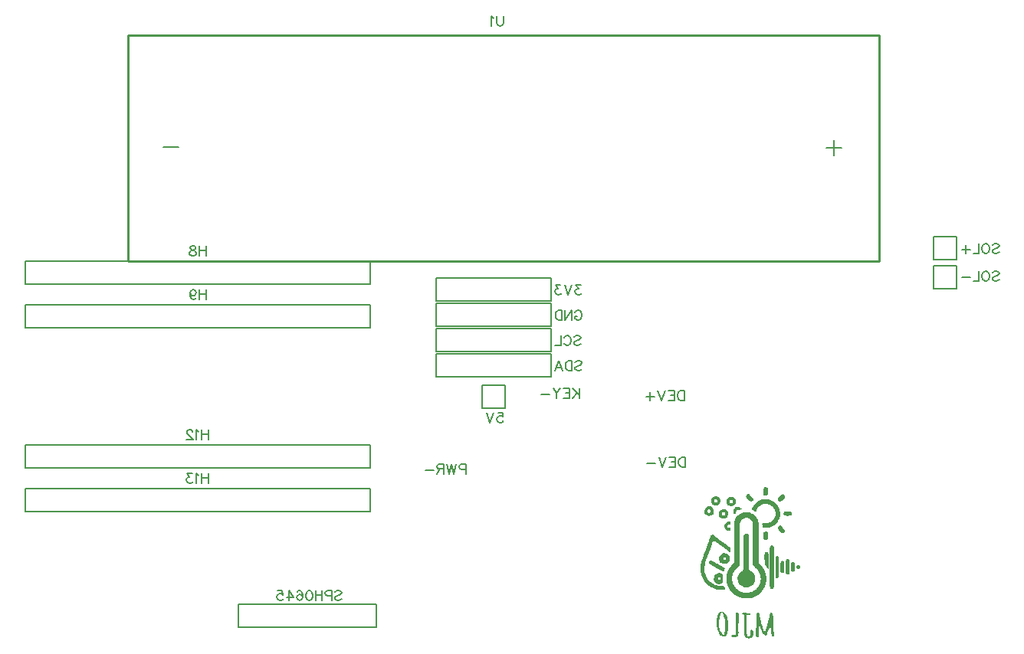
<source format=gbo>
G04 Layer: BottomSilkscreenLayer*
G04 EasyEDA v6.5.51, 2025-12-08 09:47:30*
G04 7167e3a2cd4a4cc2b36d8ec3c7a0698f,d159c27349c1460ca4c4e21dfb61053a,10*
G04 Gerber Generator version 0.2*
G04 Scale: 100 percent, Rotated: No, Reflected: No *
G04 Dimensions in millimeters *
G04 leading zeros omitted , absolute positions ,4 integer and 5 decimal *
%FSLAX45Y45*%
%MOMM*%

%ADD10C,0.1524*%
%ADD11C,0.2032*%
%ADD12C,0.2030*%
%ADD13C,0.2030*%
%ADD14C,0.2540*%
%ADD15C,0.0112*%

%LPD*%
G36*
X8452459Y1945487D02*
G01*
X8443874Y1942236D01*
X8437067Y1935480D01*
X8434222Y1928977D01*
X8432444Y1916480D01*
X8433155Y1875332D01*
X8434476Y1866493D01*
X8436813Y1861362D01*
X8443163Y1855419D01*
X8448294Y1853031D01*
X8458606Y1850745D01*
X8464448Y1852015D01*
X8468868Y1853488D01*
X8472982Y1855673D01*
X8477453Y1860651D01*
X8478774Y1863547D01*
X8480094Y1865782D01*
X8482330Y1873097D01*
X8483142Y1878990D01*
X8484616Y1885594D01*
X8484666Y1916887D01*
X8482380Y1926031D01*
X8479993Y1933905D01*
X8475116Y1940712D01*
X8466683Y1945487D01*
G37*
G36*
X8642858Y1868322D02*
G01*
X8634730Y1864766D01*
X8619896Y1852828D01*
X8604453Y1837131D01*
X8593277Y1823161D01*
X8590483Y1817725D01*
X8590483Y1806498D01*
X8593582Y1796288D01*
X8597849Y1792020D01*
X8602624Y1789633D01*
X8611006Y1786788D01*
X8622944Y1786788D01*
X8627567Y1789379D01*
X8636406Y1796542D01*
X8651849Y1810562D01*
X8665565Y1824634D01*
X8671458Y1832305D01*
X8672880Y1837842D01*
X8673693Y1842109D01*
X8671814Y1852218D01*
X8669832Y1853844D01*
X8669832Y1855571D01*
X8662466Y1863852D01*
X8653322Y1868271D01*
G37*
G36*
X8269731Y1868220D02*
G01*
X8263839Y1867509D01*
X8256778Y1865477D01*
X8249716Y1860296D01*
X8244433Y1852523D01*
X8241893Y1842871D01*
X8244535Y1833067D01*
X8249056Y1826818D01*
X8262264Y1811375D01*
X8279485Y1794306D01*
X8288121Y1789379D01*
X8293252Y1787499D01*
X8301329Y1786636D01*
X8313572Y1789633D01*
X8318957Y1793697D01*
X8320786Y1795983D01*
X8323580Y1801825D01*
X8325408Y1809699D01*
X8325307Y1815338D01*
X8322919Y1822348D01*
X8317992Y1829054D01*
X8283651Y1862836D01*
X8277098Y1865934D01*
G37*
G36*
X7908188Y1846173D02*
G01*
X7897215Y1845360D01*
X7893812Y1844090D01*
X7889646Y1844090D01*
X7878064Y1839468D01*
X7875778Y1837486D01*
X7874000Y1837486D01*
X7861655Y1825294D01*
X7859979Y1821688D01*
X7857236Y1816557D01*
X7854289Y1807006D01*
X7852714Y1797253D01*
X7852714Y1791716D01*
X7853484Y1787143D01*
X7886953Y1787143D01*
X7886953Y1800606D01*
X7892034Y1808124D01*
X7897215Y1811223D01*
X7909661Y1811680D01*
X7914081Y1810664D01*
X7918754Y1808124D01*
X7922158Y1803349D01*
X7924749Y1797659D01*
X7924749Y1789379D01*
X7920380Y1781759D01*
X7915656Y1778406D01*
X7910474Y1775764D01*
X7899958Y1775764D01*
X7893507Y1778609D01*
X7889748Y1782724D01*
X7886953Y1787143D01*
X7853484Y1787143D01*
X7854289Y1782013D01*
X7856474Y1774342D01*
X7859420Y1768043D01*
X7861198Y1765147D01*
X7867446Y1756714D01*
X7873847Y1751533D01*
X7874863Y1751533D01*
X7879537Y1747977D01*
X7885430Y1745538D01*
X7894269Y1742693D01*
X7917027Y1742693D01*
X7926120Y1745538D01*
X7936788Y1751075D01*
X7947202Y1761540D01*
X7952689Y1772056D01*
X7955483Y1781251D01*
X7957261Y1793798D01*
X7954975Y1809953D01*
X7952536Y1816557D01*
X7949031Y1823618D01*
X7942478Y1831949D01*
X7939074Y1834997D01*
X7932013Y1839671D01*
X7930083Y1839671D01*
X7928254Y1841906D01*
X7925409Y1841906D01*
X7922158Y1843633D01*
G37*
G36*
X8072069Y1839620D02*
G01*
X8058861Y1836826D01*
X8053273Y1834794D01*
X8051596Y1833067D01*
X8049768Y1833067D01*
X8041233Y1827377D01*
X8034324Y1819960D01*
X8029244Y1812036D01*
X8026755Y1806244D01*
X8023961Y1795983D01*
X8023961Y1783130D01*
X8057032Y1783130D01*
X8057032Y1793646D01*
X8060080Y1799996D01*
X8065465Y1804162D01*
X8074609Y1806600D01*
X8075726Y1806549D01*
X8085683Y1803857D01*
X8090865Y1799894D01*
X8094472Y1794154D01*
X8094472Y1781556D01*
X8092135Y1776882D01*
X8087512Y1772005D01*
X8081060Y1769160D01*
X8072628Y1769160D01*
X8066176Y1772005D01*
X8060131Y1777187D01*
X8057032Y1783130D01*
X8023961Y1783130D01*
X8023961Y1777746D01*
X8026298Y1769516D01*
X8028381Y1765350D01*
X8028381Y1764030D01*
X8035036Y1754073D01*
X8044129Y1745538D01*
X8052257Y1740814D01*
X8058099Y1738477D01*
X8065465Y1736089D01*
X8086039Y1736089D01*
X8093405Y1738477D01*
X8099247Y1740814D01*
X8108086Y1745843D01*
X8119109Y1757121D01*
X8122310Y1762912D01*
X8125155Y1768754D01*
X8127542Y1776120D01*
X8127542Y1798878D01*
X8124698Y1808022D01*
X8119160Y1818690D01*
X8107324Y1830527D01*
X8097774Y1835150D01*
X8092998Y1836928D01*
X8080146Y1839569D01*
G37*
G36*
X8447328Y1813255D02*
G01*
X8435797Y1811020D01*
X8429040Y1811020D01*
X8421827Y1808835D01*
X8418169Y1808835D01*
X8402015Y1803755D01*
X8393938Y1800606D01*
X8390636Y1799843D01*
X8388959Y1797812D01*
X8386978Y1797812D01*
X8381034Y1794713D01*
X8380222Y1793392D01*
X8378139Y1793392D01*
X8368487Y1786788D01*
X8367725Y1786788D01*
X8355685Y1777695D01*
X8349284Y1771700D01*
X8337803Y1759966D01*
X8329675Y1749653D01*
X8319770Y1734972D01*
X8316417Y1729079D01*
X8308492Y1712925D01*
X8306612Y1706676D01*
X8308390Y1698955D01*
X8311692Y1695297D01*
X8316315Y1691995D01*
X8317890Y1691995D01*
X8322665Y1689404D01*
X8332216Y1682953D01*
X8339226Y1678787D01*
X8350707Y1678787D01*
X8355888Y1683816D01*
X8359038Y1694078D01*
X8359038Y1697228D01*
X8363508Y1706321D01*
X8365642Y1708657D01*
X8365642Y1709724D01*
X8374684Y1721764D01*
X8388045Y1735328D01*
X8397544Y1742338D01*
X8403488Y1745640D01*
X8407857Y1748536D01*
X8417509Y1752854D01*
X8426246Y1755749D01*
X8434324Y1758035D01*
X8446109Y1760423D01*
X8475472Y1759813D01*
X8486495Y1757476D01*
X8493861Y1755292D01*
X8501380Y1752447D01*
X8508542Y1748993D01*
X8518855Y1742439D01*
X8527643Y1735785D01*
X8539480Y1723948D01*
X8546134Y1715160D01*
X8552637Y1704848D01*
X8558479Y1692351D01*
X8561171Y1684985D01*
X8564016Y1674012D01*
X8565642Y1662988D01*
X8566353Y1651101D01*
X8564016Y1638909D01*
X8564016Y1633728D01*
X8559546Y1618132D01*
X8557209Y1612239D01*
X8552180Y1601673D01*
X8550808Y1600809D01*
X8550808Y1598523D01*
X8545271Y1590751D01*
X8536533Y1579981D01*
X8529218Y1572818D01*
X8521039Y1566570D01*
X8507069Y1557832D01*
X8495334Y1552956D01*
X8490204Y1551076D01*
X8481364Y1548790D01*
X8471052Y1547063D01*
X8454694Y1546402D01*
X8442604Y1548688D01*
X8423910Y1548688D01*
X8420862Y1545386D01*
X8419084Y1536242D01*
X8420049Y1527759D01*
X8421268Y1506474D01*
X8423300Y1501292D01*
X8426246Y1498295D01*
X8432139Y1495907D01*
X8449767Y1493621D01*
X8468156Y1493570D01*
X8483549Y1495907D01*
X8494572Y1498092D01*
X8502650Y1500327D01*
X8507069Y1501800D01*
X8512048Y1503019D01*
X8513622Y1504594D01*
X8515807Y1504594D01*
X8531301Y1512062D01*
X8534755Y1513992D01*
X8536381Y1515618D01*
X8538210Y1515618D01*
X8548217Y1522476D01*
X8560003Y1531366D01*
X8577630Y1549095D01*
X8581847Y1554226D01*
X8590432Y1565452D01*
X8593531Y1571142D01*
X8596274Y1575511D01*
X8603538Y1590243D01*
X8607907Y1601266D01*
X8609736Y1606397D01*
X8612682Y1618894D01*
X8614714Y1626006D01*
X8614714Y1632102D01*
X8616950Y1643634D01*
X8616797Y1663700D01*
X8615375Y1672539D01*
X8614257Y1682800D01*
X8610193Y1698955D01*
X8608110Y1703781D01*
X8608110Y1705914D01*
X8601710Y1721002D01*
X8598458Y1727606D01*
X8594496Y1735023D01*
X8585708Y1748180D01*
X8577732Y1757730D01*
X8570264Y1766265D01*
X8557056Y1777644D01*
X8548217Y1784248D01*
X8541613Y1788566D01*
X8535720Y1791970D01*
X8531301Y1794154D01*
X8526170Y1797100D01*
X8519566Y1799843D01*
X8507831Y1804263D01*
X8492490Y1808835D01*
X8488222Y1808835D01*
X8485479Y1810308D01*
X8463737Y1813001D01*
G37*
G36*
X7829905Y1733854D02*
G01*
X7820050Y1731619D01*
X7814868Y1730044D01*
X7806791Y1726336D01*
X7796885Y1719072D01*
X7790942Y1712264D01*
X7785303Y1703832D01*
X7781645Y1693824D01*
X7779918Y1684274D01*
X7779918Y1680972D01*
X7814208Y1680972D01*
X7814208Y1687220D01*
X7818374Y1694230D01*
X7823149Y1697888D01*
X7830312Y1699920D01*
X7833258Y1700530D01*
X7841742Y1698193D01*
X7848853Y1692097D01*
X7852003Y1686052D01*
X7852003Y1675892D01*
X7848853Y1669846D01*
X7841945Y1663903D01*
X7836204Y1661718D01*
X7832242Y1660956D01*
X7822946Y1664106D01*
X7817612Y1668424D01*
X7814309Y1674723D01*
X7814208Y1680972D01*
X7779918Y1680972D01*
X7779867Y1677670D01*
X7782153Y1665173D01*
X7784287Y1659178D01*
X7787995Y1652270D01*
X7792872Y1646123D01*
X7797292Y1641652D01*
X7803134Y1637131D01*
X7805318Y1636115D01*
X7811211Y1632559D01*
X7814208Y1632457D01*
X7815681Y1631035D01*
X7833309Y1627987D01*
X7849412Y1630883D01*
X7856067Y1633321D01*
X7857439Y1634693D01*
X7859268Y1634693D01*
X7866329Y1639366D01*
X7871968Y1644599D01*
X7878216Y1652676D01*
X7882890Y1662582D01*
X7882890Y1664462D01*
X7885023Y1670304D01*
X7885074Y1689303D01*
X7882737Y1697482D01*
X7879892Y1703730D01*
X7876031Y1711299D01*
X7862620Y1724710D01*
X7848701Y1731467D01*
X7837678Y1733702D01*
G37*
G36*
X8145018Y1729486D02*
G01*
X8132572Y1726438D01*
X8123529Y1722069D01*
X8120583Y1720291D01*
X8116874Y1717649D01*
X8108950Y1709978D01*
X8104225Y1702663D01*
X8101279Y1695297D01*
X8098891Y1687931D01*
X8098942Y1667357D01*
X8101330Y1655622D01*
X8105648Y1650085D01*
X8113522Y1650085D01*
X8119465Y1653184D01*
X8127542Y1662125D01*
X8127542Y1664512D01*
X8129320Y1666290D01*
X8131251Y1673250D01*
X8132064Y1678381D01*
X8134350Y1685747D01*
X8136686Y1690878D01*
X8139684Y1694027D01*
X8145983Y1696161D01*
X8158073Y1694078D01*
X8165134Y1691792D01*
X8173059Y1692605D01*
X8180070Y1694942D01*
X8182305Y1696313D01*
X8184489Y1697126D01*
X8187436Y1698955D01*
X8192770Y1703019D01*
X8193481Y1706727D01*
X8189518Y1712214D01*
X8180222Y1720646D01*
X8171992Y1724914D01*
X8166150Y1727098D01*
X8157311Y1729333D01*
G37*
G36*
X7989062Y1704441D02*
G01*
X7977276Y1702307D01*
X7971383Y1700174D01*
X7963153Y1696008D01*
X7955229Y1689862D01*
X7947355Y1680413D01*
X7942986Y1671777D01*
X7940802Y1665884D01*
X7939531Y1657096D01*
X7938516Y1652879D01*
X7939801Y1643430D01*
X7973263Y1643430D01*
X7973263Y1656130D01*
X7977835Y1664817D01*
X7985607Y1669948D01*
X7997139Y1669897D01*
X8001508Y1667510D01*
X8006334Y1663852D01*
X8010499Y1657705D01*
X8011566Y1652168D01*
X8010550Y1644091D01*
X8002270Y1635658D01*
X7995107Y1632457D01*
X7985709Y1632457D01*
X7978749Y1636014D01*
X7975701Y1639468D01*
X7973263Y1643430D01*
X7939801Y1643430D01*
X7940243Y1640179D01*
X7943291Y1630222D01*
X7944612Y1629460D01*
X7944612Y1627327D01*
X7951063Y1617878D01*
X7960359Y1608886D01*
X7968488Y1604162D01*
X7974330Y1601825D01*
X7981696Y1599387D01*
X8001508Y1599387D01*
X8008874Y1601774D01*
X8018424Y1606346D01*
X8024926Y1610664D01*
X8032445Y1618183D01*
X8038490Y1627124D01*
X8043773Y1640586D01*
X8043773Y1659788D01*
X8040725Y1669948D01*
X8039353Y1670761D01*
X8039353Y1673453D01*
X8037169Y1675282D01*
X8037169Y1677416D01*
X8030768Y1685747D01*
X8024317Y1692148D01*
X8013649Y1699209D01*
X8003743Y1702866D01*
X7996377Y1704289D01*
G37*
G36*
X8677656Y1678787D02*
G01*
X8669477Y1676247D01*
X8664143Y1672996D01*
X8659114Y1666646D01*
X8656624Y1661058D01*
X8656624Y1644192D01*
X8659571Y1638401D01*
X8664651Y1633270D01*
X8671509Y1630273D01*
X8675065Y1630273D01*
X8678011Y1628698D01*
X8698839Y1627174D01*
X8704732Y1627276D01*
X8723833Y1628648D01*
X8728964Y1630273D01*
X8732672Y1630273D01*
X8736888Y1632457D01*
X8738616Y1632457D01*
X8746388Y1639468D01*
X8749182Y1647494D01*
X8749182Y1659178D01*
X8746642Y1667306D01*
X8737752Y1676196D01*
X8730437Y1678635D01*
G37*
G36*
X8238896Y1669999D02*
G01*
X8223453Y1667611D01*
X8214614Y1665427D01*
X8206536Y1663141D01*
X8194802Y1658772D01*
X8190382Y1656842D01*
X8175701Y1649628D01*
X8169452Y1645716D01*
X8168640Y1645716D01*
X8150707Y1632153D01*
X8140395Y1621739D01*
X8130031Y1607870D01*
X8129016Y1605635D01*
X8126120Y1601266D01*
X8124647Y1597558D01*
X8123275Y1595374D01*
X8122412Y1593138D01*
X8121091Y1590954D01*
X8118043Y1582521D01*
X8114842Y1571853D01*
X8113928Y1564487D01*
X8112607Y1562354D01*
X8110067Y1503629D01*
X8110118Y1123645D01*
X8107730Y1117955D01*
X8107730Y1115771D01*
X8101279Y1102817D01*
X8095945Y1095806D01*
X8080908Y1080160D01*
X8074914Y1073658D01*
X8061706Y1056030D01*
X8055051Y1045718D01*
X8054035Y1043533D01*
X8051241Y1039114D01*
X8043925Y1024432D01*
X8043062Y1022197D01*
X8041741Y1020013D01*
X8037271Y1008989D01*
X8036559Y1006043D01*
X8032953Y995781D01*
X8028482Y978153D01*
X8026755Y969314D01*
X8025536Y956818D01*
X8023961Y948893D01*
X8024045Y925220D01*
X8086039Y925220D01*
X8086090Y942136D01*
X8088528Y962355D01*
X8089442Y963879D01*
X8090763Y972261D01*
X8092897Y979627D01*
X8096808Y990600D01*
X8102600Y1003503D01*
X8106968Y1011174D01*
X8108289Y1014120D01*
X8112099Y1019708D01*
X8112099Y1020470D01*
X8120989Y1032103D01*
X8133537Y1045260D01*
X8146288Y1055928D01*
X8153400Y1062634D01*
X8161324Y1072438D01*
X8164220Y1077315D01*
X8167065Y1083208D01*
X8169249Y1089101D01*
X8171637Y1096416D01*
X8171637Y1102055D01*
X8173466Y1105255D01*
X8173466Y1546860D01*
X8175396Y1550263D01*
X8176666Y1557172D01*
X8179053Y1563674D01*
X8182864Y1571701D01*
X8188401Y1579930D01*
X8199932Y1591056D01*
X8204555Y1594256D01*
X8219236Y1601622D01*
X8221065Y1601622D01*
X8227872Y1603806D01*
X8237728Y1606042D01*
X8256524Y1605889D01*
X8269020Y1602638D01*
X8277098Y1599133D01*
X8289544Y1591106D01*
X8303920Y1576527D01*
X8303920Y1574596D01*
X8305749Y1573072D01*
X8310321Y1563776D01*
X8312556Y1557883D01*
X8314944Y1550568D01*
X8314944Y1545844D01*
X8316772Y1541729D01*
X8317585Y1092047D01*
X8319973Y1083208D01*
X8321954Y1078077D01*
X8326120Y1071473D01*
X8336432Y1061516D01*
X8338261Y1061516D01*
X8340242Y1059129D01*
X8351316Y1050747D01*
X8365337Y1036929D01*
X8374430Y1024890D01*
X8374430Y1023924D01*
X8378850Y1018336D01*
X8378850Y1017269D01*
X8385098Y1006805D01*
X8391855Y992073D01*
X8394242Y986231D01*
X8398510Y972261D01*
X8400846Y961237D01*
X8402574Y950925D01*
X8403183Y925982D01*
X8400948Y912723D01*
X8400288Y907592D01*
X8397443Y896924D01*
X8395004Y888796D01*
X8390991Y877824D01*
X8388553Y871931D01*
X8386216Y867156D01*
X8385352Y864971D01*
X8383981Y862787D01*
X8383168Y860552D01*
X8378698Y852474D01*
X8367522Y835558D01*
X8355533Y821639D01*
X8346897Y813511D01*
X8339531Y807669D01*
X8338616Y806399D01*
X8335619Y804722D01*
X8327796Y799388D01*
X8316772Y793343D01*
X8303869Y787806D01*
X8285886Y782269D01*
X8269731Y779424D01*
X8252815Y777646D01*
X8236458Y777087D01*
X8224367Y779373D01*
X8217916Y779373D01*
X8197748Y784352D01*
X8184489Y789330D01*
X8166862Y797915D01*
X8163915Y799592D01*
X8150707Y808228D01*
X8139684Y817168D01*
X8125663Y831189D01*
X8115909Y843229D01*
X8109915Y852220D01*
X8109915Y853084D01*
X8107883Y855421D01*
X8101279Y867918D01*
X8097977Y875080D01*
X8095132Y882599D01*
X8092490Y890676D01*
X8090204Y898753D01*
X8087918Y910539D01*
X8086039Y925220D01*
X8024045Y925220D01*
X8024063Y920089D01*
X8025485Y911250D01*
X8026857Y897636D01*
X8028381Y894842D01*
X8028381Y890066D01*
X8033003Y873048D01*
X8037830Y858367D01*
X8040116Y852119D01*
X8043621Y844397D01*
X8051241Y828954D01*
X8054848Y822452D01*
X8057032Y820013D01*
X8057032Y818794D01*
X8061756Y811326D01*
X8077149Y790752D01*
X8101482Y766419D01*
X8122056Y750976D01*
X8124240Y749960D01*
X8128660Y747064D01*
X8131606Y745540D01*
X8136026Y742696D01*
X8158683Y731418D01*
X8162442Y730250D01*
X8170519Y727151D01*
X8179358Y724255D01*
X8193328Y720344D01*
X8216087Y716026D01*
X8242553Y714603D01*
X8248446Y714603D01*
X8275624Y715924D01*
X8278571Y717448D01*
X8288832Y718312D01*
X8293252Y719734D01*
X8304275Y722172D01*
X8320430Y727252D01*
X8336584Y733806D01*
X8338820Y735126D01*
X8349284Y740359D01*
X8357920Y744982D01*
X8362594Y748487D01*
X8363559Y748487D01*
X8369147Y752906D01*
X8370112Y752906D01*
X8382558Y762304D01*
X8393887Y772414D01*
X8402523Y780491D01*
X8416036Y795883D01*
X8424926Y807669D01*
X8431784Y817676D01*
X8431784Y818337D01*
X8435746Y824534D01*
X8439099Y830427D01*
X8446312Y845108D01*
X8448903Y851001D01*
X8450884Y856132D01*
X8456066Y871575D01*
X8458149Y878941D01*
X8460282Y887730D01*
X8462060Y896569D01*
X8463229Y908303D01*
X8464804Y916228D01*
X8464804Y955243D01*
X8459927Y984758D01*
X8456015Y998728D01*
X8453120Y1007516D01*
X8450021Y1015593D01*
X8448852Y1019403D01*
X8447227Y1022197D01*
X8441334Y1034694D01*
X8433816Y1047953D01*
X8427008Y1058214D01*
X8420404Y1067054D01*
X8408060Y1081735D01*
X8392312Y1097889D01*
X8385809Y1108202D01*
X8383422Y1113332D01*
X8381136Y1120698D01*
X8378748Y1136091D01*
X8379612Y1183132D01*
X8379714Y1502054D01*
X8378342Y1552752D01*
X8376513Y1561541D01*
X8372094Y1578457D01*
X8370062Y1583283D01*
X8370062Y1584706D01*
X8364880Y1596085D01*
X8360460Y1603908D01*
X8353806Y1614017D01*
X8343087Y1626209D01*
X8329980Y1638249D01*
X8320430Y1645412D01*
X8307222Y1653692D01*
X8293811Y1660347D01*
X8287359Y1662633D01*
X8272678Y1667306D01*
X8264601Y1668373D01*
X8258708Y1669796D01*
G37*
G36*
X8053679Y1568450D02*
G01*
X8047075Y1567586D01*
X8043672Y1566316D01*
X8040166Y1566316D01*
X8033156Y1563370D01*
X8028736Y1560474D01*
X8025638Y1559102D01*
X8016646Y1550822D01*
X8009483Y1540967D01*
X8006943Y1535836D01*
X8004606Y1529232D01*
X8001762Y1514551D01*
X8004200Y1501292D01*
X8006994Y1493012D01*
X8010906Y1485900D01*
X8016240Y1479296D01*
X8024114Y1471726D01*
X8035798Y1465580D01*
X8044891Y1462735D01*
X8062366Y1462735D01*
X8067243Y1465732D01*
X8070037Y1470456D01*
X8071916Y1483004D01*
X8071103Y1488795D01*
X8069732Y1494891D01*
X8066633Y1498193D01*
X8060334Y1496314D01*
X8049818Y1495704D01*
X8042452Y1499412D01*
X8037474Y1505712D01*
X8034680Y1514297D01*
X8036509Y1521155D01*
X8039912Y1527759D01*
X8046872Y1533652D01*
X8068259Y1533296D01*
X8070240Y1534922D01*
X8070240Y1541729D01*
X8072424Y1553260D01*
X8072424Y1558391D01*
X8070088Y1563319D01*
X8066176Y1565910D01*
G37*
G36*
X8617305Y1521510D02*
G01*
X8606485Y1519478D01*
X8604859Y1517853D01*
X8602472Y1517853D01*
X8593480Y1509725D01*
X8591042Y1505000D01*
X8589314Y1496923D01*
X8590635Y1491030D01*
X8593074Y1485900D01*
X8597950Y1478534D01*
X8601252Y1474876D01*
X8603945Y1470456D01*
X8607755Y1466088D01*
X8625027Y1448866D01*
X8635949Y1441500D01*
X8641842Y1438503D01*
X8652764Y1438503D01*
X8658453Y1441043D01*
X8663178Y1444447D01*
X8669832Y1453083D01*
X8669832Y1454505D01*
X8672017Y1458671D01*
X8672017Y1471371D01*
X8665210Y1480718D01*
X8656218Y1490980D01*
X8647430Y1500327D01*
X8646261Y1502359D01*
X8630259Y1516888D01*
X8624214Y1520037D01*
X8620252Y1520088D01*
X8618016Y1521510D01*
G37*
G36*
X8455406Y1456131D02*
G01*
X8446516Y1453337D01*
X8439302Y1448054D01*
X8436559Y1443990D01*
X8434578Y1438859D01*
X8432952Y1430020D01*
X8433104Y1388160D01*
X8434476Y1375664D01*
X8437016Y1370888D01*
X8441486Y1366418D01*
X8446109Y1363980D01*
X8453374Y1361338D01*
X8464651Y1361338D01*
X8470341Y1363929D01*
X8474913Y1367129D01*
X8480145Y1374902D01*
X8484666Y1391920D01*
X8484616Y1427835D01*
X8481923Y1439570D01*
X8479231Y1444752D01*
X8472068Y1451711D01*
X8470138Y1451711D01*
X8468461Y1453743D01*
X8464448Y1454556D01*
X8459317Y1455978D01*
G37*
G36*
X8241741Y1431848D02*
G01*
X8233003Y1429664D01*
X8226958Y1426718D01*
X8220456Y1420977D01*
X8216290Y1412494D01*
X8213547Y1400911D01*
X8213547Y1043736D01*
X8211058Y1036167D01*
X8206536Y1026820D01*
X8197545Y1018387D01*
X8188198Y1012748D01*
X8177174Y1004417D01*
X8170214Y997254D01*
X8165033Y991362D01*
X8165033Y990092D01*
X8160969Y984758D01*
X8159191Y981811D01*
X8155990Y975207D01*
X8151977Y964895D01*
X8149691Y957580D01*
X8148878Y951687D01*
X8147456Y945083D01*
X8147405Y927404D01*
X8150352Y911250D01*
X8152384Y903833D01*
X8156194Y894232D01*
X8156194Y892708D01*
X8158429Y890879D01*
X8158429Y888949D01*
X8162848Y882396D01*
X8162848Y881380D01*
X8169808Y872337D01*
X8180831Y861161D01*
X8192617Y852474D01*
X8195513Y850646D01*
X8208772Y844143D01*
X8215985Y841654D01*
X8224164Y839419D01*
X8244027Y836574D01*
X8265312Y839419D01*
X8274862Y841959D01*
X8276285Y843280D01*
X8279079Y843280D01*
X8296859Y852474D01*
X8310880Y862990D01*
X8319160Y871575D01*
X8327796Y883361D01*
X8329523Y886307D01*
X8334552Y896569D01*
X8336788Y902462D01*
X8339074Y910539D01*
X8341359Y920343D01*
X8341309Y947267D01*
X8338718Y959764D01*
X8335721Y968603D01*
X8331149Y979627D01*
X8327745Y985469D01*
X8322462Y993546D01*
X8310270Y1006551D01*
X8299145Y1014984D01*
X8296909Y1016000D01*
X8292490Y1018844D01*
X8286089Y1022197D01*
X8277453Y1031595D01*
X8277453Y1033983D01*
X8275320Y1039876D01*
X8275218Y1403604D01*
X8272475Y1413916D01*
X8269376Y1418996D01*
X8268004Y1422146D01*
X8261654Y1427226D01*
X8257235Y1429512D01*
X8249920Y1431747D01*
G37*
G36*
X7871917Y1420114D02*
G01*
X7864195Y1418437D01*
X7858607Y1415542D01*
X7851495Y1408277D01*
X7849514Y1404315D01*
X7847990Y1402283D01*
X7846009Y1396949D01*
X7844840Y1391818D01*
X7835036Y1359103D01*
X7830566Y1346250D01*
X7829296Y1341882D01*
X7817612Y1309878D01*
X7794498Y1251458D01*
X7788198Y1236065D01*
X7783525Y1223568D01*
X7782001Y1220724D01*
X7780832Y1216964D01*
X7771028Y1191209D01*
X7769809Y1186789D01*
X7766659Y1178712D01*
X7765491Y1174343D01*
X7762240Y1165504D01*
X7761020Y1161084D01*
X7757414Y1150823D01*
X7748473Y1119936D01*
X7746288Y1111148D01*
X7741869Y1089101D01*
X7739532Y1073658D01*
X7739583Y1064564D01*
X7737398Y1062380D01*
X7737398Y1040333D01*
X7739075Y1039774D01*
X7740192Y1015593D01*
X7744459Y992073D01*
X7749235Y975207D01*
X7752943Y963421D01*
X7755026Y959256D01*
X7755026Y957071D01*
X7757007Y953160D01*
X7762951Y939546D01*
X7765237Y935532D01*
X7768996Y928166D01*
X7776260Y916432D01*
X7777276Y914196D01*
X7783372Y906119D01*
X7784236Y903935D01*
X7797190Y887730D01*
X7819288Y865682D01*
X7835493Y852728D01*
X7848701Y844092D01*
X7850886Y843026D01*
X7855305Y839724D01*
X7858963Y838098D01*
X7867802Y833018D01*
X7879537Y827684D01*
X7895386Y821232D01*
X7897520Y821232D01*
X7902346Y819251D01*
X7918500Y814730D01*
X7929524Y812444D01*
X7939074Y810818D01*
X7967014Y807923D01*
X7997850Y808888D01*
X8006181Y810818D01*
X8007807Y811784D01*
X8010702Y817524D01*
X8010702Y823874D01*
X8007756Y832358D01*
X8005927Y835507D01*
X7999069Y844854D01*
X7992618Y849782D01*
X7986826Y851611D01*
X7960359Y852728D01*
X7942884Y854964D01*
X7940548Y855929D01*
X7931708Y857148D01*
X7917789Y860907D01*
X7902346Y865936D01*
X7894777Y868832D01*
X7879537Y876198D01*
X7872933Y880008D01*
X7870799Y881024D01*
X7861198Y887628D01*
X7852359Y894283D01*
X7842097Y903122D01*
X7832801Y912723D01*
X7816748Y932891D01*
X7816748Y933856D01*
X7812684Y939190D01*
X7810855Y942136D01*
X7809534Y945083D01*
X7805724Y950620D01*
X7805724Y952601D01*
X7803489Y954430D01*
X7803489Y957021D01*
X7801305Y958850D01*
X7801305Y961440D01*
X7799120Y963269D01*
X7799120Y965708D01*
X7797749Y967130D01*
X7793736Y976680D01*
X7790942Y983996D01*
X7788249Y992073D01*
X7784287Y1006805D01*
X7782966Y1017016D01*
X7781442Y1024128D01*
X7781442Y1056741D01*
X7783677Y1068273D01*
X7783677Y1075588D01*
X7784998Y1078128D01*
X7786624Y1088339D01*
X7788198Y1096416D01*
X7789824Y1101598D01*
X7790942Y1107440D01*
X7797038Y1130249D01*
X7798562Y1133906D01*
X7799679Y1139037D01*
X7807248Y1161084D01*
X7808518Y1165504D01*
X7811719Y1173581D01*
X7812481Y1176528D01*
X7814513Y1181150D01*
X7814513Y1182725D01*
X7844281Y1259179D01*
X7849819Y1272590D01*
X7849870Y1274978D01*
X7852003Y1277823D01*
X7852003Y1280972D01*
X7852968Y1281938D01*
X7856423Y1290421D01*
X7856474Y1292606D01*
X7858607Y1295501D01*
X7858607Y1298651D01*
X7859572Y1299565D01*
X7863027Y1308049D01*
X7863078Y1310284D01*
X7865211Y1313129D01*
X7865211Y1316228D01*
X7866430Y1317599D01*
X7876235Y1342999D01*
X7876235Y1344523D01*
X7881467Y1355090D01*
X7883906Y1356918D01*
X7886903Y1356868D01*
X7898892Y1348486D01*
X8042706Y1240129D01*
X8052562Y1232154D01*
X8062214Y1223924D01*
X8064855Y1222502D01*
X8069884Y1225194D01*
X8070799Y1239723D01*
X8072577Y1247800D01*
X8071815Y1255877D01*
X8069529Y1265885D01*
X8065566Y1274267D01*
X8059420Y1282344D01*
X8052968Y1288796D01*
X8036052Y1301546D01*
X8026298Y1308049D01*
X8009737Y1319834D01*
X8001914Y1324965D01*
X7961934Y1354175D01*
X7937957Y1372717D01*
X7917027Y1390192D01*
X7890560Y1414018D01*
X7883245Y1418132D01*
X7875168Y1419961D01*
G37*
G36*
X8520684Y1304036D02*
G01*
X8514435Y1301546D01*
X8509711Y1298041D01*
X8507018Y1293368D01*
X8504580Y1284528D01*
X8503412Y1274978D01*
X8503412Y850290D01*
X8505190Y837793D01*
X8507120Y830783D01*
X8508898Y829056D01*
X8508898Y827379D01*
X8512962Y823721D01*
X8516670Y821436D01*
X8524443Y819759D01*
X8528761Y819759D01*
X8534908Y821639D01*
X8543086Y829716D01*
X8548217Y842924D01*
X8548624Y1277213D01*
X8545474Y1290828D01*
X8544204Y1291590D01*
X8544204Y1294130D01*
X8537956Y1301191D01*
X8532063Y1303883D01*
G37*
G36*
X8460790Y1229055D02*
G01*
X8451951Y1224178D01*
X8447582Y1215491D01*
X8444788Y1182420D01*
X8445652Y1103071D01*
X8447582Y1097889D01*
X8453374Y1089101D01*
X8462924Y1073658D01*
X8469223Y1064361D01*
X8469223Y1063091D01*
X8475065Y1053795D01*
X8483295Y1037285D01*
X8486140Y1037285D01*
X8488375Y1042619D01*
X8487816Y1206652D01*
X8486343Y1214729D01*
X8483803Y1221740D01*
X8479383Y1226159D01*
X8473287Y1229004D01*
G37*
G36*
X7993227Y1215847D02*
G01*
X7985353Y1213510D01*
X7980527Y1211427D01*
X7978546Y1211427D01*
X7976717Y1209243D01*
X7974838Y1209243D01*
X7966252Y1203452D01*
X7958175Y1195628D01*
X7951571Y1186789D01*
X7949793Y1183894D01*
X7946999Y1178001D01*
X7944764Y1172108D01*
X7942935Y1164793D01*
X7942173Y1151026D01*
X7942765Y1148232D01*
X7988655Y1148232D01*
X7988655Y1161389D01*
X7991703Y1166520D01*
X7997139Y1169771D01*
X8008874Y1170178D01*
X8011972Y1169466D01*
X8016798Y1164488D01*
X8019592Y1156208D01*
X8017103Y1147114D01*
X8012887Y1141730D01*
X8006588Y1138682D01*
X7997850Y1138682D01*
X7992313Y1142441D01*
X7988655Y1148232D01*
X7942765Y1148232D01*
X7944713Y1139037D01*
X7949184Y1127404D01*
X7954060Y1119276D01*
X7962239Y1110843D01*
X7968488Y1105966D01*
X7971383Y1104188D01*
X7981696Y1099159D01*
X7989773Y1096873D01*
X8002270Y1095197D01*
X8012531Y1095959D01*
X8020659Y1097280D01*
X8026501Y1099261D01*
X8036052Y1103680D01*
X8047075Y1112164D01*
X8050072Y1115517D01*
X8054441Y1121410D01*
X8059064Y1130249D01*
X8061248Y1136091D01*
X8063636Y1144016D01*
X8063636Y1167384D01*
X8061401Y1172667D01*
X8061401Y1174699D01*
X8056778Y1184605D01*
X8049056Y1194968D01*
X8041030Y1202385D01*
X8036052Y1206144D01*
X8027466Y1210767D01*
X8021370Y1212951D01*
X8011820Y1215694D01*
G37*
G36*
X8581440Y1182776D02*
G01*
X8573262Y1180236D01*
X8566607Y1173429D01*
X8564016Y1165402D01*
X8564016Y959713D01*
X8566759Y951941D01*
X8568436Y950264D01*
X8568436Y948639D01*
X8571738Y945591D01*
X8577935Y942492D01*
X8590280Y942492D01*
X8596731Y945438D01*
X8598966Y947267D01*
X8602929Y952500D01*
X8605875Y961948D01*
X8605926Y1163370D01*
X8603081Y1171397D01*
X8600948Y1175512D01*
X8596020Y1179880D01*
X8587181Y1182674D01*
G37*
G36*
X8698077Y1149705D02*
G01*
X8690356Y1146962D01*
X8685428Y1142238D01*
X8683244Y1137564D01*
X8681516Y1132179D01*
X8680145Y1117752D01*
X8678722Y1107440D01*
X8678672Y1008278D01*
X8680856Y997966D01*
X8680856Y994714D01*
X8685631Y984250D01*
X8690762Y980186D01*
X8695486Y977747D01*
X8705900Y977747D01*
X8712098Y980592D01*
X8715908Y984758D01*
X8718143Y989177D01*
X8720531Y997356D01*
X8720531Y1128014D01*
X8717686Y1139494D01*
X8713622Y1144930D01*
X8710676Y1147114D01*
X8704021Y1149654D01*
G37*
G36*
X7849209Y1132078D02*
G01*
X7841691Y1129639D01*
X7835087Y1122832D01*
X7832140Y1117396D01*
X7832140Y1106271D01*
X7835290Y1100124D01*
X7844485Y1090930D01*
X7847939Y1089456D01*
X7852359Y1086612D01*
X7867802Y1078179D01*
X7872222Y1075486D01*
X7874406Y1074674D01*
X7888376Y1066698D01*
X7895742Y1062939D01*
X7900111Y1060297D01*
X7911896Y1053947D01*
X7916316Y1051255D01*
X7918500Y1050391D01*
X7920685Y1049020D01*
X7923631Y1047597D01*
X7932470Y1042466D01*
X7939836Y1038656D01*
X7944967Y1035608D01*
X7959648Y1027633D01*
X7964779Y1024585D01*
X7985759Y1013053D01*
X7994294Y1013053D01*
X7997190Y1016355D01*
X7999577Y1021486D01*
X8003540Y1032510D01*
X8006537Y1046581D01*
X8002981Y1053084D01*
X7994903Y1058621D01*
X7992008Y1060094D01*
X7986826Y1063193D01*
X7964779Y1075334D01*
X7959648Y1078433D01*
X7955991Y1079906D01*
X7951571Y1082751D01*
X7944967Y1086358D01*
X7939836Y1089456D01*
X7937601Y1090320D01*
X7923631Y1098245D01*
X7900111Y1110996D01*
X7895742Y1113688D01*
X7892034Y1115212D01*
X7887665Y1118057D01*
X7876844Y1123797D01*
X7875219Y1125474D01*
X7872882Y1125474D01*
X7871155Y1127150D01*
X7865618Y1129233D01*
X7855305Y1131925D01*
G37*
G36*
X8638590Y1129131D02*
G01*
X8632088Y1126845D01*
X8627973Y1123899D01*
X8627973Y1122070D01*
X8626246Y1120343D01*
X8624163Y1114806D01*
X8622893Y1105966D01*
X8621420Y1099362D01*
X8621369Y1063345D01*
X8623096Y1045718D01*
X8622995Y1026617D01*
X8621318Y1012698D01*
X8623858Y1005332D01*
X8628227Y1000556D01*
X8633866Y997610D01*
X8650020Y997610D01*
X8654796Y1000201D01*
X8658758Y1002893D01*
X8663228Y1011783D01*
X8663228Y1110437D01*
X8660180Y1119174D01*
X8657234Y1123238D01*
X8652154Y1127150D01*
X8644483Y1129030D01*
G37*
G36*
X8753043Y1116634D02*
G01*
X8745067Y1113129D01*
X8740749Y1108202D01*
X8738362Y1102309D01*
X8735923Y1086866D01*
X8736076Y1039114D01*
X8738768Y1022807D01*
X8740749Y1019302D01*
X8744864Y1013866D01*
X8749538Y1011072D01*
X8760053Y1009142D01*
X8764828Y1010818D01*
X8767927Y1010818D01*
X8774887Y1016812D01*
X8777579Y1022959D01*
X8779713Y1036167D01*
X8779713Y1091285D01*
X8777732Y1104544D01*
X8774938Y1110488D01*
X8771280Y1113942D01*
X8765743Y1116533D01*
G37*
G36*
X8811514Y1083564D02*
G01*
X8802979Y1079042D01*
X8798356Y1072591D01*
X8795512Y1064260D01*
X8795512Y1061110D01*
X8798560Y1052372D01*
X8804198Y1044803D01*
X8809075Y1041806D01*
X8817610Y1039368D01*
X8827465Y1042365D01*
X8832697Y1047191D01*
X8835085Y1052372D01*
X8835948Y1057859D01*
X8837371Y1057859D01*
X8837371Y1069594D01*
X8836101Y1069594D01*
X8834424Y1076096D01*
X8829903Y1080668D01*
X8823756Y1083513D01*
G37*
G36*
X7952282Y995324D02*
G01*
X7935417Y994765D01*
X7925104Y991565D01*
X7917129Y987907D01*
X7908950Y982218D01*
X7902905Y976680D01*
X7894777Y965657D01*
X7890205Y955802D01*
X7887766Y948740D01*
X7884922Y934821D01*
X7885265Y927709D01*
X7929168Y927709D01*
X7929168Y938784D01*
X7932115Y944422D01*
X7936890Y948944D01*
X7943900Y951331D01*
X7945678Y951179D01*
X7953654Y948842D01*
X7959191Y943305D01*
X7960918Y937006D01*
X7960055Y927506D01*
X7955838Y922324D01*
X7949488Y919124D01*
X7944002Y918260D01*
X7936128Y920800D01*
X7929168Y927709D01*
X7885265Y927709D01*
X7885633Y920089D01*
X7887868Y912621D01*
X7892338Y903173D01*
X7900873Y892251D01*
X7912608Y883056D01*
X7913776Y882954D01*
X7919567Y879297D01*
X7925866Y877011D01*
X7935417Y874166D01*
X7953654Y874166D01*
X7961833Y876553D01*
X7967725Y878687D01*
X7981543Y885545D01*
X7986674Y891844D01*
X7985810Y916432D01*
X7984286Y922274D01*
X7984286Y949960D01*
X7985912Y952957D01*
X7986674Y976884D01*
X7983372Y982218D01*
X7978749Y985672D01*
X7968488Y990853D01*
X7963306Y992632D01*
G37*
G36*
X7959598Y565556D02*
G01*
X7951876Y562813D01*
X7950149Y561136D01*
X7948879Y561136D01*
X7943900Y557276D01*
X7936128Y546862D01*
X7934401Y543864D01*
X7930032Y535025D01*
X7927543Y529183D01*
X7923072Y514451D01*
X7921853Y508609D01*
X7918703Y489508D01*
X7917484Y474065D01*
X7915960Y463753D01*
X7915960Y431444D01*
X7916820Y425602D01*
X7940040Y425602D01*
X7942376Y437845D01*
X7942376Y448360D01*
X7944612Y459841D01*
X7944561Y467461D01*
X7949082Y496824D01*
X7951266Y507847D01*
X7954060Y520344D01*
X7955838Y526948D01*
X7962188Y546404D01*
X7964982Y551586D01*
X7969046Y554786D01*
X7977276Y555244D01*
X7980527Y553872D01*
X7983981Y548284D01*
X7990636Y532841D01*
X7996224Y518159D01*
X8000136Y506374D01*
X8006181Y483616D01*
X8007959Y474776D01*
X8009178Y464515D01*
X8010652Y459384D01*
X8012328Y439521D01*
X8012988Y405028D01*
X8011414Y397713D01*
X8010652Y381457D01*
X8007858Y363118D01*
X8005622Y349961D01*
X8004708Y347675D01*
X8003590Y340309D01*
X8000695Y328574D01*
X7997291Y316788D01*
X7995056Y314248D01*
X7989620Y314248D01*
X7979511Y324967D01*
X7972145Y334314D01*
X7962239Y348894D01*
X7962239Y350875D01*
X7960817Y351790D01*
X7953552Y366776D01*
X7949641Y376326D01*
X7946898Y385165D01*
X7944713Y393954D01*
X7942478Y404977D01*
X7941614Y417474D01*
X7940040Y425602D01*
X7916820Y425602D01*
X7918703Y409397D01*
X7923022Y387350D01*
X7925866Y377088D01*
X7932013Y357225D01*
X7935163Y349148D01*
X7936534Y344424D01*
X7937957Y343560D01*
X7937957Y341274D01*
X7945069Y327101D01*
X7947152Y323443D01*
X7953705Y314604D01*
X7962595Y305765D01*
X7971383Y299567D01*
X7980273Y295249D01*
X7989366Y292201D01*
X8003895Y292201D01*
X8010448Y295097D01*
X8017357Y301142D01*
X8023555Y309473D01*
X8025384Y312420D01*
X8032242Y327101D01*
X8033359Y331520D01*
X8034883Y335889D01*
X8038846Y352094D01*
X8040014Y360172D01*
X8041487Y367538D01*
X8046008Y396900D01*
X8045958Y439521D01*
X8044484Y449783D01*
X8043214Y461568D01*
X8038896Y483616D01*
X8034832Y497585D01*
X8032750Y502412D01*
X8032750Y504494D01*
X8025282Y522528D01*
X8016392Y540410D01*
X8008162Y551129D01*
X7998612Y558901D01*
X7996326Y558952D01*
X7994599Y560628D01*
X7989062Y562711D01*
X7978749Y565404D01*
G37*
G36*
X8146288Y561238D02*
G01*
X8137448Y560527D01*
X8132927Y558190D01*
X8130489Y555498D01*
X8128000Y548284D01*
X8126984Y446887D01*
X8125459Y432917D01*
X8125459Y407924D01*
X8126780Y391007D01*
X8128152Y355041D01*
X8129879Y346202D01*
X8129371Y318160D01*
X8125256Y312775D01*
X8120583Y310235D01*
X8082381Y309372D01*
X8077200Y307035D01*
X8074659Y302615D01*
X8074659Y299161D01*
X8077352Y295046D01*
X8082737Y292201D01*
X8086902Y292201D01*
X8094116Y290017D01*
X8131911Y289966D01*
X8144103Y292354D01*
X8148878Y296926D01*
X8151571Y302869D01*
X8155584Y316077D01*
X8158378Y337362D01*
X8156752Y360172D01*
X8156194Y435101D01*
X8157768Y442468D01*
X8158480Y548995D01*
X8154365Y557072D01*
G37*
G36*
X8367014Y561136D02*
G01*
X8362086Y557377D01*
X8359495Y550468D01*
X8358378Y524001D01*
X8356955Y510082D01*
X8356803Y454507D01*
X8355380Y451815D01*
X8353907Y416001D01*
X8352536Y407212D01*
X8352383Y391007D01*
X8350808Y384403D01*
X8349335Y349148D01*
X8348624Y310184D01*
X8350351Y298450D01*
X8353856Y292963D01*
X8359952Y289864D01*
X8373364Y290372D01*
X8378139Y293776D01*
X8380679Y298450D01*
X8381746Y311658D01*
X8383168Y323443D01*
X8383270Y415899D01*
X8385657Y424535D01*
X8388603Y426059D01*
X8389874Y424078D01*
X8389874Y421589D01*
X8391906Y416763D01*
X8399373Y394309D01*
X8401507Y387350D01*
X8406942Y372668D01*
X8408314Y367944D01*
X8409736Y367080D01*
X8409736Y364083D01*
X8411718Y360172D01*
X8413953Y355041D01*
X8418880Y344728D01*
X8427567Y330047D01*
X8433816Y321868D01*
X8445855Y309981D01*
X8455253Y305409D01*
X8461197Y305409D01*
X8466836Y308965D01*
X8471408Y314807D01*
X8475827Y323697D01*
X8475827Y325120D01*
X8477961Y329285D01*
X8487562Y355396D01*
X8499449Y391007D01*
X8502954Y402793D01*
X8507628Y417474D01*
X8509457Y424078D01*
X8510778Y424078D01*
X8511692Y394563D01*
X8513318Y386892D01*
X8513470Y368960D01*
X8514740Y360172D01*
X8516213Y342087D01*
X8517026Y340766D01*
X8518398Y325628D01*
X8522309Y309473D01*
X8524697Y303022D01*
X8530437Y298805D01*
X8543391Y298805D01*
X8548573Y303377D01*
X8548471Y323443D01*
X8547100Y332232D01*
X8545728Y362051D01*
X8544255Y370433D01*
X8543442Y413816D01*
X8542020Y419658D01*
X8541867Y465226D01*
X8540445Y485089D01*
X8539327Y519633D01*
X8537549Y522833D01*
X8537600Y526948D01*
X8530844Y546049D01*
X8528405Y551230D01*
X8524849Y556107D01*
X8518956Y559104D01*
X8512454Y558342D01*
X8507272Y554126D01*
X8504631Y545338D01*
X8502802Y537972D01*
X8499957Y521817D01*
X8497874Y512724D01*
X8497874Y508304D01*
X8496300Y504190D01*
X8495131Y496824D01*
X8491220Y480669D01*
X8485682Y460654D01*
X8480044Y441706D01*
X8478266Y436575D01*
X8475675Y427786D01*
X8473795Y422605D01*
X8462619Y387350D01*
X8460232Y379272D01*
X8458809Y375615D01*
X8455406Y363118D01*
X8453882Y358698D01*
X8449106Y341782D01*
X8448090Y340563D01*
X8436102Y364591D01*
X8434120Y368960D01*
X8430717Y377799D01*
X8429548Y379171D01*
X8429548Y381965D01*
X8427567Y385876D01*
X8425738Y391007D01*
X8424519Y395427D01*
X8420912Y405739D01*
X8415223Y424840D01*
X8410854Y440435D01*
X8404809Y464515D01*
X8399322Y488746D01*
X8398002Y497941D01*
X8396478Y500786D01*
X8396478Y505409D01*
X8394395Y514451D01*
X8392718Y523290D01*
X8391398Y532841D01*
X8389924Y538734D01*
X8389874Y544576D01*
X8387689Y548792D01*
X8387689Y550214D01*
X8382457Y558088D01*
X8377732Y560984D01*
G37*
G36*
X8204657Y554532D02*
G01*
X8193328Y552196D01*
X8191500Y550672D01*
X8191500Y544372D01*
X8195818Y540715D01*
X8201406Y539851D01*
X8210092Y538886D01*
X8214868Y536092D01*
X8217560Y532130D01*
X8220100Y524001D01*
X8220100Y465988D01*
X8218728Y460095D01*
X8217814Y381457D01*
X8219541Y355752D01*
X8220608Y327101D01*
X8222437Y315315D01*
X8224723Y307238D01*
X8227618Y299923D01*
X8231174Y295249D01*
X8231174Y293776D01*
X8241080Y283565D01*
X8248142Y278993D01*
X8249970Y278993D01*
X8251647Y277266D01*
X8259368Y274574D01*
X8263381Y274574D01*
X8265617Y272338D01*
X8281009Y272338D01*
X8281568Y274066D01*
X8288832Y275132D01*
X8293963Y276961D01*
X8299145Y279298D01*
X8305495Y284022D01*
X8312708Y293624D01*
X8312708Y294995D01*
X8314791Y299161D01*
X8316925Y305054D01*
X8318703Y311658D01*
X8320278Y327812D01*
X8320227Y335889D01*
X8318804Y353568D01*
X8316722Y358851D01*
X8312810Y364032D01*
X8306816Y367131D01*
X8297113Y367131D01*
X8292185Y364083D01*
X8289137Y359816D01*
X8286851Y352094D01*
X8285632Y310184D01*
X8283651Y301396D01*
X8281060Y296570D01*
X8275015Y292201D01*
X8267090Y292201D01*
X8261553Y295046D01*
X8257540Y300329D01*
X8253374Y310184D01*
X8251037Y318262D01*
X8248903Y328574D01*
X8246567Y344017D01*
X8246567Y524459D01*
X8249513Y530199D01*
X8254898Y534314D01*
X8269224Y534822D01*
X8272221Y533196D01*
X8281517Y533095D01*
X8286953Y535432D01*
X8288477Y538276D01*
X8288477Y545439D01*
X8286648Y547624D01*
X8283854Y549757D01*
X8261654Y550621D01*
X8236661Y554329D01*
G37*
D10*
X6400800Y3036338D02*
G01*
X6400800Y2927235D01*
X6328064Y3036338D02*
G01*
X6400800Y2963603D01*
X6374823Y2989579D02*
G01*
X6328064Y2927235D01*
X6293774Y3036338D02*
G01*
X6293774Y2927235D01*
X6293774Y3036338D02*
G01*
X6226233Y3036338D01*
X6293774Y2984385D02*
G01*
X6252209Y2984385D01*
X6293774Y2927235D02*
G01*
X6226233Y2927235D01*
X6191943Y3036338D02*
G01*
X6150378Y2984385D01*
X6150378Y2927235D01*
X6108814Y3036338D02*
G01*
X6150378Y2984385D01*
X6074524Y2973994D02*
G01*
X5981006Y2973994D01*
X5143500Y2198138D02*
G01*
X5143500Y2089035D01*
X5143500Y2198138D02*
G01*
X5096741Y2198138D01*
X5081155Y2192944D01*
X5075958Y2187747D01*
X5070764Y2177356D01*
X5070764Y2161771D01*
X5075958Y2151379D01*
X5081155Y2146185D01*
X5096741Y2140988D01*
X5143500Y2140988D01*
X5036474Y2198138D02*
G01*
X5010495Y2089035D01*
X4984518Y2198138D02*
G01*
X5010495Y2089035D01*
X4984518Y2198138D02*
G01*
X4958542Y2089035D01*
X4932565Y2198138D02*
G01*
X4958542Y2089035D01*
X4898275Y2198138D02*
G01*
X4898275Y2089035D01*
X4898275Y2198138D02*
G01*
X4851514Y2198138D01*
X4835928Y2192944D01*
X4830734Y2187747D01*
X4825537Y2177356D01*
X4825537Y2166965D01*
X4830734Y2156574D01*
X4835928Y2151379D01*
X4851514Y2146185D01*
X4898275Y2146185D01*
X4861905Y2146185D02*
G01*
X4825537Y2089035D01*
X4791247Y2135794D02*
G01*
X4697729Y2135794D01*
X10963656Y4316221D02*
G01*
X10974070Y4326636D01*
X10989563Y4331715D01*
X11010391Y4331715D01*
X11025886Y4326636D01*
X11036300Y4316221D01*
X11036300Y4305807D01*
X11031220Y4295394D01*
X11025886Y4290060D01*
X11015472Y4284979D01*
X10984229Y4274565D01*
X10974070Y4269486D01*
X10968736Y4264152D01*
X10963656Y4253737D01*
X10963656Y4238244D01*
X10974070Y4227829D01*
X10989563Y4222750D01*
X11010391Y4222750D01*
X11025886Y4227829D01*
X11036300Y4238244D01*
X10898124Y4331715D02*
G01*
X10908538Y4326636D01*
X10918952Y4316221D01*
X10924031Y4305807D01*
X10929365Y4290060D01*
X10929365Y4264152D01*
X10924031Y4248657D01*
X10918952Y4238244D01*
X10908538Y4227829D01*
X10898124Y4222750D01*
X10877295Y4222750D01*
X10866881Y4227829D01*
X10856468Y4238244D01*
X10851388Y4248657D01*
X10846054Y4264152D01*
X10846054Y4290060D01*
X10851388Y4305807D01*
X10856468Y4316221D01*
X10866881Y4326636D01*
X10877295Y4331715D01*
X10898124Y4331715D01*
X10811763Y4331715D02*
G01*
X10811763Y4222750D01*
X10811763Y4222750D02*
G01*
X10749534Y4222750D01*
X10715243Y4269486D02*
G01*
X10621772Y4269486D01*
X10963656Y4621021D02*
G01*
X10974070Y4631436D01*
X10989563Y4636515D01*
X11010391Y4636515D01*
X11025886Y4631436D01*
X11036300Y4621021D01*
X11036300Y4610607D01*
X11031220Y4600194D01*
X11025886Y4594860D01*
X11015472Y4589779D01*
X10984229Y4579365D01*
X10974070Y4574286D01*
X10968736Y4568952D01*
X10963656Y4558537D01*
X10963656Y4543044D01*
X10974070Y4532629D01*
X10989563Y4527550D01*
X11010391Y4527550D01*
X11025886Y4532629D01*
X11036300Y4543044D01*
X10898124Y4636515D02*
G01*
X10908538Y4631436D01*
X10918952Y4621021D01*
X10924031Y4610607D01*
X10929365Y4594860D01*
X10929365Y4568952D01*
X10924031Y4553457D01*
X10918952Y4543044D01*
X10908538Y4532629D01*
X10898124Y4527550D01*
X10877295Y4527550D01*
X10866881Y4532629D01*
X10856468Y4543044D01*
X10851388Y4553457D01*
X10846054Y4568952D01*
X10846054Y4594860D01*
X10851388Y4610607D01*
X10856468Y4621021D01*
X10866881Y4631436D01*
X10877295Y4636515D01*
X10898124Y4636515D01*
X10811763Y4636515D02*
G01*
X10811763Y4527550D01*
X10811763Y4527550D02*
G01*
X10749534Y4527550D01*
X10668508Y4621021D02*
G01*
X10668508Y4527550D01*
X10715243Y4574286D02*
G01*
X10621772Y4574286D01*
X5500370Y2769615D02*
G01*
X5552186Y2769615D01*
X5557520Y2722879D01*
X5552186Y2727960D01*
X5536691Y2733294D01*
X5520943Y2733294D01*
X5505450Y2727960D01*
X5495036Y2717800D01*
X5489956Y2702052D01*
X5489956Y2691637D01*
X5495036Y2676144D01*
X5505450Y2665729D01*
X5520943Y2660650D01*
X5536691Y2660650D01*
X5552186Y2665729D01*
X5557520Y2670810D01*
X5562600Y2681223D01*
X5455665Y2769615D02*
G01*
X5414009Y2660650D01*
X5372354Y2769615D02*
G01*
X5414009Y2660650D01*
X2273300Y4611115D02*
G01*
X2273300Y4502150D01*
X2200656Y4611115D02*
G01*
X2200656Y4502150D01*
X2273300Y4559300D02*
G01*
X2200656Y4559300D01*
X2140204Y4611115D02*
G01*
X2155952Y4606036D01*
X2161031Y4595621D01*
X2161031Y4585207D01*
X2155952Y4574794D01*
X2145538Y4569460D01*
X2124709Y4564379D01*
X2109215Y4559300D01*
X2098802Y4548886D01*
X2093468Y4538471D01*
X2093468Y4522723D01*
X2098802Y4512310D01*
X2103881Y4507229D01*
X2119629Y4502150D01*
X2140204Y4502150D01*
X2155952Y4507229D01*
X2161031Y4512310D01*
X2166365Y4522723D01*
X2166365Y4538471D01*
X2161031Y4548886D01*
X2150618Y4559300D01*
X2135124Y4564379D01*
X2114295Y4569460D01*
X2103881Y4574794D01*
X2098802Y4585207D01*
X2098802Y4595621D01*
X2103881Y4606036D01*
X2119629Y4611115D01*
X2140204Y4611115D01*
X2273300Y4128515D02*
G01*
X2273300Y4019550D01*
X2200656Y4128515D02*
G01*
X2200656Y4019550D01*
X2273300Y4076700D02*
G01*
X2200656Y4076700D01*
X2098802Y4092194D02*
G01*
X2103881Y4076700D01*
X2114295Y4066286D01*
X2129790Y4060952D01*
X2135124Y4060952D01*
X2150618Y4066286D01*
X2161031Y4076700D01*
X2166365Y4092194D01*
X2166365Y4097273D01*
X2161031Y4113021D01*
X2150618Y4123436D01*
X2135124Y4128515D01*
X2129790Y4128515D01*
X2114295Y4123436D01*
X2103881Y4113021D01*
X2098802Y4092194D01*
X2098802Y4066286D01*
X2103881Y4040123D01*
X2114295Y4024629D01*
X2129790Y4019550D01*
X2140204Y4019550D01*
X2155952Y4024629D01*
X2161031Y4035044D01*
X2298700Y2579115D02*
G01*
X2298700Y2470150D01*
X2226056Y2579115D02*
G01*
X2226056Y2470150D01*
X2298700Y2527300D02*
G01*
X2226056Y2527300D01*
X2191765Y2558287D02*
G01*
X2181352Y2563621D01*
X2165604Y2579115D01*
X2165604Y2470150D01*
X2126234Y2553207D02*
G01*
X2126234Y2558287D01*
X2120900Y2568702D01*
X2115820Y2574036D01*
X2105406Y2579115D01*
X2084577Y2579115D01*
X2074163Y2574036D01*
X2069084Y2568702D01*
X2063750Y2558287D01*
X2063750Y2547873D01*
X2069084Y2537460D01*
X2079497Y2521965D01*
X2131313Y2470150D01*
X2058670Y2470150D01*
X2298700Y2096515D02*
G01*
X2298700Y1987550D01*
X2226056Y2096515D02*
G01*
X2226056Y1987550D01*
X2298700Y2044700D02*
G01*
X2226056Y2044700D01*
X2191765Y2075687D02*
G01*
X2181352Y2081021D01*
X2165604Y2096515D01*
X2165604Y1987550D01*
X2120900Y2096515D02*
G01*
X2063750Y2096515D01*
X2094991Y2054860D01*
X2079497Y2054860D01*
X2069084Y2049779D01*
X2063750Y2044700D01*
X2058670Y2028952D01*
X2058670Y2018537D01*
X2063750Y2003044D01*
X2074163Y1992629D01*
X2089911Y1987550D01*
X2105406Y1987550D01*
X2120900Y1992629D01*
X2126234Y1997710D01*
X2131313Y2008123D01*
X6415786Y4179315D02*
G01*
X6358636Y4179315D01*
X6389877Y4137660D01*
X6374129Y4137660D01*
X6363970Y4132579D01*
X6358636Y4127500D01*
X6353556Y4111752D01*
X6353556Y4101337D01*
X6358636Y4085844D01*
X6369050Y4075429D01*
X6384543Y4070350D01*
X6400291Y4070350D01*
X6415786Y4075429D01*
X6421120Y4080510D01*
X6426200Y4090923D01*
X6319265Y4179315D02*
G01*
X6277609Y4070350D01*
X6235954Y4179315D02*
G01*
X6277609Y4070350D01*
X6191250Y4179315D02*
G01*
X6134100Y4179315D01*
X6165341Y4137660D01*
X6149847Y4137660D01*
X6139434Y4132579D01*
X6134100Y4127500D01*
X6129020Y4111752D01*
X6129020Y4101337D01*
X6134100Y4085844D01*
X6144513Y4075429D01*
X6160261Y4070350D01*
X6175756Y4070350D01*
X6191250Y4075429D01*
X6196584Y4080510D01*
X6201663Y4090923D01*
X6084315Y4194810D02*
G01*
X6084315Y4163821D01*
X6348222Y3874007D02*
G01*
X6353556Y3884421D01*
X6363970Y3894836D01*
X6374129Y3899915D01*
X6394958Y3899915D01*
X6405372Y3894836D01*
X6415786Y3884421D01*
X6421120Y3874007D01*
X6426200Y3858260D01*
X6426200Y3832352D01*
X6421120Y3816857D01*
X6415786Y3806444D01*
X6405372Y3796029D01*
X6394958Y3790950D01*
X6374129Y3790950D01*
X6363970Y3796029D01*
X6353556Y3806444D01*
X6348222Y3816857D01*
X6348222Y3832352D01*
X6374129Y3832352D02*
G01*
X6348222Y3832352D01*
X6313931Y3899915D02*
G01*
X6313931Y3790950D01*
X6313931Y3899915D02*
G01*
X6241288Y3790950D01*
X6241288Y3899915D02*
G01*
X6241288Y3790950D01*
X6206997Y3899915D02*
G01*
X6206997Y3790950D01*
X6206997Y3899915D02*
G01*
X6170675Y3899915D01*
X6154927Y3894836D01*
X6144513Y3884421D01*
X6139434Y3874007D01*
X6134100Y3858260D01*
X6134100Y3832352D01*
X6139434Y3816857D01*
X6144513Y3806444D01*
X6154927Y3796029D01*
X6170675Y3790950D01*
X6206997Y3790950D01*
X6089650Y3915410D02*
G01*
X6089650Y3884421D01*
X6340856Y3605021D02*
G01*
X6351270Y3615436D01*
X6366763Y3620515D01*
X6387591Y3620515D01*
X6403086Y3615436D01*
X6413500Y3605021D01*
X6413500Y3594607D01*
X6408420Y3584194D01*
X6403086Y3578860D01*
X6392672Y3573779D01*
X6361429Y3563365D01*
X6351270Y3558286D01*
X6345936Y3552952D01*
X6340856Y3542537D01*
X6340856Y3527044D01*
X6351270Y3516629D01*
X6366763Y3511550D01*
X6387591Y3511550D01*
X6403086Y3516629D01*
X6413500Y3527044D01*
X6228588Y3594607D02*
G01*
X6233668Y3605021D01*
X6244081Y3615436D01*
X6254495Y3620515D01*
X6275324Y3620515D01*
X6285738Y3615436D01*
X6296152Y3605021D01*
X6301231Y3594607D01*
X6306565Y3578860D01*
X6306565Y3552952D01*
X6301231Y3537457D01*
X6296152Y3527044D01*
X6285738Y3516629D01*
X6275324Y3511550D01*
X6254495Y3511550D01*
X6244081Y3516629D01*
X6233668Y3527044D01*
X6228588Y3537457D01*
X6194297Y3620515D02*
G01*
X6194297Y3511550D01*
X6194297Y3511550D02*
G01*
X6131813Y3511550D01*
X6087109Y3636010D02*
G01*
X6087109Y3605021D01*
X6353556Y3325621D02*
G01*
X6363970Y3336036D01*
X6379463Y3341115D01*
X6400291Y3341115D01*
X6415786Y3336036D01*
X6426200Y3325621D01*
X6426200Y3315207D01*
X6421120Y3304794D01*
X6415786Y3299460D01*
X6405372Y3294379D01*
X6374129Y3283965D01*
X6363970Y3278886D01*
X6358636Y3273552D01*
X6353556Y3263137D01*
X6353556Y3247644D01*
X6363970Y3237229D01*
X6379463Y3232150D01*
X6400291Y3232150D01*
X6415786Y3237229D01*
X6426200Y3247644D01*
X6319265Y3341115D02*
G01*
X6319265Y3232150D01*
X6319265Y3341115D02*
G01*
X6282690Y3341115D01*
X6267195Y3336036D01*
X6256781Y3325621D01*
X6251702Y3315207D01*
X6246368Y3299460D01*
X6246368Y3273552D01*
X6251702Y3258057D01*
X6256781Y3247644D01*
X6267195Y3237229D01*
X6282690Y3232150D01*
X6319265Y3232150D01*
X6170675Y3341115D02*
G01*
X6212077Y3232150D01*
X6170675Y3341115D02*
G01*
X6129020Y3232150D01*
X6196584Y3268471D02*
G01*
X6144513Y3268471D01*
X6084315Y3356610D02*
G01*
X6084315Y3325621D01*
X5562600Y7151115D02*
G01*
X5562600Y7073137D01*
X5557520Y7057644D01*
X5547106Y7047229D01*
X5531358Y7042150D01*
X5520943Y7042150D01*
X5505450Y7047229D01*
X5495036Y7057644D01*
X5489956Y7073137D01*
X5489956Y7151115D01*
X5455665Y7130287D02*
G01*
X5445252Y7135621D01*
X5429504Y7151115D01*
X5429504Y7042150D01*
D11*
X9213341Y5777992D02*
G01*
X9213341Y5611876D01*
X9296400Y5694934D02*
G01*
X9130029Y5694934D01*
X1968500Y5707634D02*
G01*
X1802129Y5707634D01*
D10*
X3699256Y785621D02*
G01*
X3709670Y796036D01*
X3725163Y801115D01*
X3745991Y801115D01*
X3761486Y796036D01*
X3771900Y785621D01*
X3771900Y775207D01*
X3766820Y764794D01*
X3761486Y759460D01*
X3751072Y754379D01*
X3719829Y743965D01*
X3709670Y738886D01*
X3704336Y733552D01*
X3699256Y723137D01*
X3699256Y707644D01*
X3709670Y697229D01*
X3725163Y692150D01*
X3745991Y692150D01*
X3761486Y697229D01*
X3771900Y707644D01*
X3664965Y801115D02*
G01*
X3664965Y692150D01*
X3664965Y801115D02*
G01*
X3618229Y801115D01*
X3602481Y796036D01*
X3597402Y790702D01*
X3592068Y780287D01*
X3592068Y764794D01*
X3597402Y754379D01*
X3602481Y749300D01*
X3618229Y743965D01*
X3664965Y743965D01*
X3557777Y801115D02*
G01*
X3557777Y692150D01*
X3485134Y801115D02*
G01*
X3485134Y692150D01*
X3557777Y749300D02*
G01*
X3485134Y749300D01*
X3419602Y801115D02*
G01*
X3435350Y796036D01*
X3445509Y780287D01*
X3450843Y754379D01*
X3450843Y738886D01*
X3445509Y712723D01*
X3435350Y697229D01*
X3419602Y692150D01*
X3409188Y692150D01*
X3393693Y697229D01*
X3383279Y712723D01*
X3378200Y738886D01*
X3378200Y754379D01*
X3383279Y780287D01*
X3393693Y796036D01*
X3409188Y801115D01*
X3419602Y801115D01*
X3281425Y785621D02*
G01*
X3286759Y796036D01*
X3302254Y801115D01*
X3312668Y801115D01*
X3328161Y796036D01*
X3338575Y780287D01*
X3343909Y754379D01*
X3343909Y728471D01*
X3338575Y707644D01*
X3328161Y697229D01*
X3312668Y692150D01*
X3307334Y692150D01*
X3291840Y697229D01*
X3281425Y707644D01*
X3276345Y723137D01*
X3276345Y728471D01*
X3281425Y743965D01*
X3291840Y754379D01*
X3307334Y759460D01*
X3312668Y759460D01*
X3328161Y754379D01*
X3338575Y743965D01*
X3343909Y728471D01*
X3189986Y801115D02*
G01*
X3242056Y728471D01*
X3164077Y728471D01*
X3189986Y801115D02*
G01*
X3189986Y692150D01*
X3067304Y801115D02*
G01*
X3119374Y801115D01*
X3124454Y754379D01*
X3119374Y759460D01*
X3103879Y764794D01*
X3088131Y764794D01*
X3072638Y759460D01*
X3062224Y749300D01*
X3056890Y733552D01*
X3056890Y723137D01*
X3062224Y707644D01*
X3072638Y697229D01*
X3088131Y692150D01*
X3103879Y692150D01*
X3119374Y697229D01*
X3124454Y702310D01*
X3129788Y712723D01*
X7556500Y3010915D02*
G01*
X7556500Y2901950D01*
X7556500Y3010915D02*
G01*
X7520177Y3010915D01*
X7504429Y3005836D01*
X7494270Y2995421D01*
X7488936Y2985007D01*
X7483856Y2969260D01*
X7483856Y2943352D01*
X7488936Y2927857D01*
X7494270Y2917444D01*
X7504429Y2907029D01*
X7520177Y2901950D01*
X7556500Y2901950D01*
X7449565Y3010915D02*
G01*
X7449565Y2901950D01*
X7449565Y3010915D02*
G01*
X7382002Y3010915D01*
X7449565Y2959100D02*
G01*
X7407909Y2959100D01*
X7449565Y2901950D02*
G01*
X7382002Y2901950D01*
X7347711Y3010915D02*
G01*
X7306056Y2901950D01*
X7264400Y3010915D02*
G01*
X7306056Y2901950D01*
X7183374Y2995421D02*
G01*
X7183374Y2901950D01*
X7230109Y2948686D02*
G01*
X7136638Y2948686D01*
X7569200Y2274315D02*
G01*
X7569200Y2165350D01*
X7569200Y2274315D02*
G01*
X7532877Y2274315D01*
X7517129Y2269236D01*
X7506970Y2258821D01*
X7501636Y2248407D01*
X7496556Y2232660D01*
X7496556Y2206752D01*
X7501636Y2191257D01*
X7506970Y2180844D01*
X7517129Y2170429D01*
X7532877Y2165350D01*
X7569200Y2165350D01*
X7462265Y2274315D02*
G01*
X7462265Y2165350D01*
X7462265Y2274315D02*
G01*
X7394702Y2274315D01*
X7462265Y2222500D02*
G01*
X7420609Y2222500D01*
X7462265Y2165350D02*
G01*
X7394702Y2165350D01*
X7360411Y2274315D02*
G01*
X7318756Y2165350D01*
X7277100Y2274315D02*
G01*
X7318756Y2165350D01*
X7242809Y2212086D02*
G01*
X7149338Y2212086D01*
D11*
X10312400Y4140200D02*
G01*
X10566400Y4140200D01*
X10566400Y4394200D01*
X10312400Y4394200D01*
X10312400Y4203700D01*
D12*
X10312400Y4140200D02*
G01*
X10312400Y4203700D01*
D11*
X10312400Y4457700D02*
G01*
X10566400Y4457700D01*
X10566400Y4711700D01*
X10312400Y4711700D01*
X10312400Y4521200D01*
D12*
X10312400Y4457700D02*
G01*
X10312400Y4521200D01*
D11*
X5321300Y2819400D02*
G01*
X5575300Y2819400D01*
X5575300Y3073400D01*
X5321300Y3073400D01*
X5321300Y2882900D01*
D12*
X5321300Y2819400D02*
G01*
X5321300Y2882900D01*
D11*
X279400Y4445000D02*
G01*
X279400Y4445000D01*
X279400Y4191000D01*
X4089400Y4191000D01*
X4089400Y4445000D01*
X3898900Y4445000D01*
D13*
X279400Y4445000D02*
G01*
X3898900Y4445000D01*
D11*
X279400Y3962400D02*
G01*
X279400Y3962400D01*
X279400Y3708400D01*
X4089400Y3708400D01*
X4089400Y3962400D01*
X3898900Y3962400D01*
D13*
X279400Y3962400D02*
G01*
X3898900Y3962400D01*
D11*
X279400Y2413000D02*
G01*
X279400Y2413000D01*
X279400Y2159000D01*
X4089400Y2159000D01*
X4089400Y2413000D01*
X3898900Y2413000D01*
D13*
X279400Y2413000D02*
G01*
X3898900Y2413000D01*
D11*
X279400Y1930400D02*
G01*
X279400Y1930400D01*
X279400Y1676400D01*
X4089400Y1676400D01*
X4089400Y1930400D01*
X3898900Y1930400D01*
D13*
X279400Y1930400D02*
G01*
X3898900Y1930400D01*
D11*
X5892800Y4254500D02*
G01*
X6083300Y4254500D01*
X6083300Y4000500D01*
X4813300Y4000500D01*
X4813300Y4254500D01*
D12*
X4813300Y4254500D02*
G01*
X5892800Y4254500D01*
D11*
X5892800Y3975100D02*
G01*
X6083300Y3975100D01*
X6083300Y3721100D01*
X4813300Y3721100D01*
X4813300Y3975100D01*
D12*
X4813300Y3975100D02*
G01*
X5892800Y3975100D01*
D11*
X5892800Y3695700D02*
G01*
X6083300Y3695700D01*
X6083300Y3441700D01*
X4813300Y3441700D01*
X4813300Y3695700D01*
D12*
X4813300Y3695700D02*
G01*
X5892800Y3695700D01*
D11*
X5892800Y3416300D02*
G01*
X6083300Y3416300D01*
X6083300Y3162300D01*
X4813300Y3162300D01*
X4813300Y3416300D01*
D12*
X4813300Y3416300D02*
G01*
X5892800Y3416300D01*
D14*
X1412608Y6939597D02*
G01*
X1412608Y4439602D01*
X9712591Y6939597D02*
G01*
X9712591Y4439602D01*
X9712591Y4439602D02*
G01*
X1412608Y4439602D01*
X9712591Y6939597D02*
G01*
X1412608Y6939597D01*
D11*
X3962400Y647700D02*
G01*
X4152900Y647700D01*
X4152900Y393700D01*
X2628900Y393700D01*
X2628900Y647700D01*
D12*
X2628900Y647700D02*
G01*
X3962400Y647700D01*
M02*

</source>
